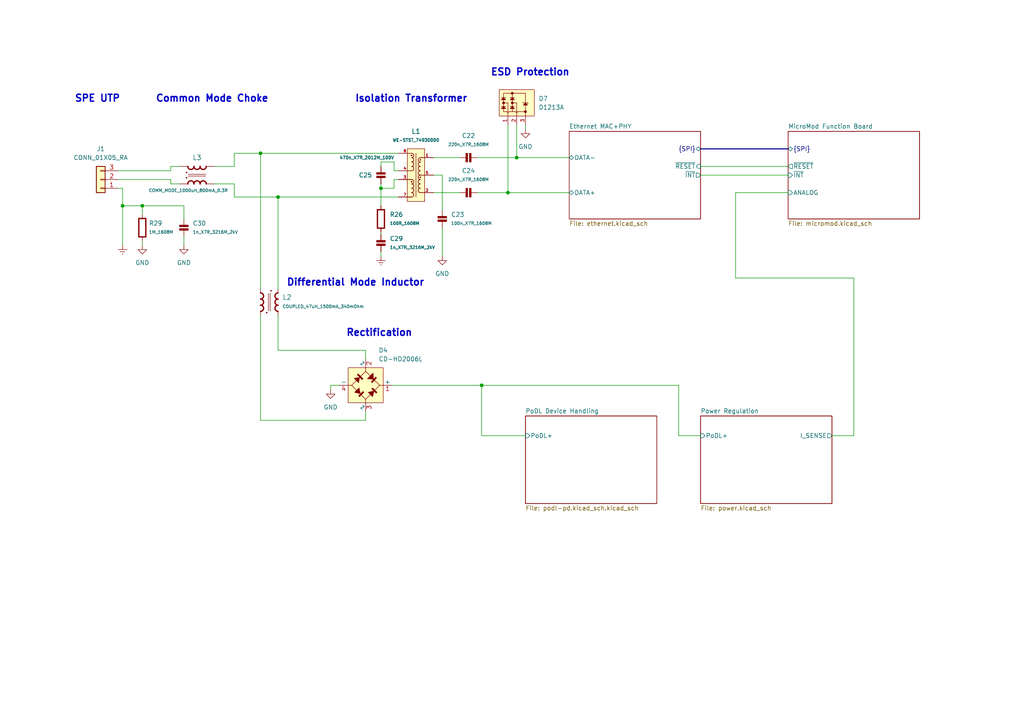
<source format=kicad_sch>
(kicad_sch (version 20230121) (generator eeschema)
  (paper "A4")
  (title_block (title "MicroMod SPE PoDL Function Board") (date "2023-08-16") (rev "V1.0") (comment 1 "Prototype Design"))
  (lib_symbols
    (symbol "appli_capacitor:100n_X7R_1608M" (pin_numbers hide) (pin_names (offset 0.254))
      (property "Reference" "C" (at -2.286 -2.54 90))
      (property "Value" "100n_X7R_1608M" (at 2.159 -2.54 90))
      (symbol "100n_X7R_1608M_0_1"
        (rectangle (start -1.27 -2.794) (end 1.27 -3.302) (fill (type outline)))
        (rectangle (start -1.27 -1.778) (end 1.27 -2.286) (fill (type outline)))
      )
      (symbol "100n_X7R_1608M_1_1"
        (pin passive line (at 0 0 270) (length 1.778) (name "~") (number "1"))
        (pin passive line (at 0 -5.08 90) (length 1.778) (name "~") (number "2"))
      )
    )
    (symbol "appli_capacitor:1n_X7R_3216M_2kV" (pin_numbers hide) (pin_names (offset 0.254))
      (property "Reference" "C" (at -2.286 -2.54 90))
      (property "Value" "1n_X7R_3216M_2kV" (at 2.159 -2.54 90))
      (symbol "1n_X7R_3216M_2kV_0_1"
        (rectangle (start -1.27 -2.794) (end 1.27 -3.302) (fill (type outline)))
        (rectangle (start -1.27 -1.778) (end 1.27 -2.286) (fill (type outline)))
      )
      (symbol "1n_X7R_3216M_2kV_1_1"
        (pin passive line (at 0 0 270) (length 1.778) (name "~") (number "1"))
        (pin passive line (at 0 -5.08 90) (length 1.778) (name "~") (number "2"))
      )
    )
    (symbol "appli_capacitor:220n_X7R_1608M" (pin_numbers hide) (pin_names (offset 0.254))
      (property "Reference" "C" (at -2.286 -2.54 90))
      (property "Value" "220n_X7R_1608M" (at 2.159 -2.54 90))
      (symbol "220n_X7R_1608M_0_1"
        (rectangle (start -1.27 -2.794) (end 1.27 -3.302) (fill (type outline)))
        (rectangle (start -1.27 -1.778) (end 1.27 -2.286) (fill (type outline)))
      )
      (symbol "220n_X7R_1608M_1_1"
        (pin passive line (at 0 0 270) (length 1.778) (name "~") (number "1"))
        (pin passive line (at 0 -5.08 90) (length 1.778) (name "~") (number "2"))
      )
    )
    (symbol "appli_capacitor:470n_X7R_2012M_100V" (pin_numbers hide) (pin_names (offset 0.254))
      (property "Reference" "C" (at -2.286 -2.54 90))
      (property "Value" "470n_X7R_2012M_100V" (at 2.159 -2.54 90))
      (symbol "470n_X7R_2012M_100V_0_1"
        (rectangle (start -1.27 -2.794) (end 1.27 -3.302) (fill (type outline)))
        (rectangle (start -1.27 -1.778) (end 1.27 -2.286) (fill (type outline)))
      )
      (symbol "470n_X7R_2012M_100V_1_1"
        (pin passive line (at 0 0 270) (length 1.778) (name "~") (number "1"))
        (pin passive line (at 0 -5.08 90) (length 1.778) (name "~") (number "2"))
      )
    )
    (symbol "appli_connector:CONN_01X03_RA" (pin_names (offset 1.016) hide)
      (property "Reference" "J" (at 0 6.35 0))
      (property "Value" "CONN_01X05_RA" (at 0 -6.35 0))
      (symbol "CONN_01X03_RA_1_1"
        (rectangle (start -1.27 -2.413) (end 0 -2.667) (stroke (width 0.1524)))
        (rectangle (start -1.27 0.127) (end 0 -0.127) (stroke (width 0.1524)))
        (rectangle (start -1.27 2.667) (end 0 2.413) (stroke (width 0.1524)))
        (rectangle (start -1.27 3.81) (end 1.27 -3.81) (stroke (width 0.254)) (fill (type background)))
        (pin passive line (at -5.08 2.54 0) (length 3.81) (name "Pin_1") (number "1"))
        (pin passive line (at -5.08 0 0) (length 3.81) (name "Pin_2") (number "2"))
        (pin passive line (at -5.08 -2.54 0) (length 3.81) (name "Pin_3") (number "3"))
      )
    )
    (symbol "appli_device:CD-HD2006L" (pin_names (offset 0))
      (property "Reference" "D" (at 3.175 3.175 0))
      (property "Value" "CD-HD2006L" (at 6.096 -4.699 0))
      (symbol "CD-HD2006L_0_1"
        (polyline (pts (xy -5.08 0) (xy -4.064 0)))
        (polyline (pts (xy -4.064 0) (xy 0 4.064)))
        (polyline (pts (xy 0 -4.064) (xy -4.064 0)))
        (polyline (pts (xy 0 -4.064) (xy 0 -5.08)))
        (polyline (pts (xy 0 4.064) (xy 0 5.08)))
        (polyline (pts (xy 0 4.064) (xy 4.064 0)))
        (polyline (pts (xy 4.064 0) (xy 0 -4.064)))
        (polyline (pts (xy 4.064 0) (xy 5.08 0)))
        (polyline (pts (xy -2.032 0.762) (xy -3.302 2.032) (xy -1.778 2.286) (xy -2.032 0.762)) (fill (type outline)))
        (polyline (pts (xy -1.905 -0.762) (xy -1.524 -2.413) (xy -3.175 -2.032) (xy -1.905 -0.762)) (fill (type outline)))
        (polyline (pts (xy 0.762 -2.032) (xy 2.032 -3.302) (xy 2.413 -1.651) (xy 0.762 -2.032)) (fill (type outline)))
        (polyline (pts (xy 2.286 1.778) (xy 2.159 3.556) (xy 0.508 1.905) (xy 2.286 1.778)) (fill (type outline)))
        (polyline (pts (xy -2.032 -3.048) (xy -0.762 -1.778) (xy -0.508 -2.032) (xy -1.778 -3.302) (xy -2.032 -3.048)) (fill (type outline)))
        (polyline (pts (xy -1.016 1.651) (xy -2.413 3.048) (xy -2.159 3.302) (xy -0.762 1.905) (xy -1.016 1.651)) (fill (type outline)))
        (polyline (pts (xy 1.778 -1.016) (xy 3.048 -2.286) (xy 3.302 -2.032) (xy 2.032 -0.762) (xy 1.778 -1.016)) (fill (type outline)))
        (polyline (pts (xy 2.921 2.413) (xy 1.651 1.016) (xy 1.905 0.762) (xy 3.175 2.159) (xy 2.921 2.413)) (fill (type outline)))
      )
      (symbol "CD-HD2006L_1_1"
        (rectangle (start -5.08 5.08) (end 5.08 -5.08) (fill (type background)))
        (pin passive line (at 7.62 0 180) (length 2.5) (name "+") (number "1"))
        (pin passive line (at 0 7.62 270) (length 2.5) (name "∿") (number "2"))
        (pin passive line (at 0 -7.62 90) (length 2.5) (name "∿") (number "3"))
        (pin passive line (at -7.62 0 0) (length 2.5) (name "-") (number "4"))
      )
    )
    (symbol "appli_device:D1213A" (pin_names (offset 0.254) hide)
      (property "Reference" "D" (at 0 7.62 0))
      (property "Value" "D1213A" (at 0 5.08 0))
      (symbol "D1213A_0_1"
        (polyline (pts (xy -3.81 -1.651) (xy -3.81 -2.54)))
        (polyline (pts (xy -3.81 -1.016) (xy -3.81 0.889)))
        (polyline (pts (xy -3.81 1.524) (xy -3.81 2.794)))
        (polyline (pts (xy -3.81 2.794) (xy 2.54 2.794)))
        (polyline (pts (xy -3.175 -1.016) (xy -4.445 -1.016)))
        (polyline (pts (xy -3.175 1.524) (xy -4.445 1.524)))
        (polyline (pts (xy -2.54 -3.81) (xy -2.54 0)))
        (polyline (pts (xy -2.54 0) (xy -3.81 0)))
        (polyline (pts (xy -1.27 -1.651) (xy -1.27 -2.54)))
        (polyline (pts (xy -1.27 -1.016) (xy -1.27 0.889)))
        (polyline (pts (xy -1.27 0) (xy 0 0)))
        (polyline (pts (xy -1.27 1.524) (xy -1.27 2.794)))
        (polyline (pts (xy -0.635 -1.016) (xy -1.905 -1.016)))
        (polyline (pts (xy -0.635 1.524) (xy -1.905 1.524)))
        (polyline (pts (xy 0 -3.81) (xy 0 0)))
        (polyline (pts (xy 1.778 0.254) (xy 1.905 0)))
        (polyline (pts (xy 2.54 -3.81) (xy 2.54 -0.635)))
        (polyline (pts (xy 2.54 0) (xy 2.54 2.794)))
        (polyline (pts (xy 3.175 0) (xy 1.905 0)))
        (polyline (pts (xy 3.175 0) (xy 3.302 -0.254)))
        (polyline (pts (xy -3.81 -1.016) (xy -4.445 -1.651) (xy -3.175 -1.651) (xy -3.81 -1.016)) (fill (type outline)))
        (polyline (pts (xy -3.81 1.524) (xy -4.445 0.889) (xy -3.175 0.889) (xy -3.81 1.524)) (fill (type outline)))
        (polyline (pts (xy -1.27 -1.016) (xy -1.905 -1.651) (xy -0.635 -1.651) (xy -1.27 -1.016)) (fill (type outline)))
        (polyline (pts (xy -1.27 1.524) (xy -1.905 0.889) (xy -0.635 0.889) (xy -1.27 1.524)) (fill (type outline)))
        (polyline (pts (xy 2.54 0) (xy 1.905 -0.635) (xy 3.175 -0.635) (xy 2.54 0)) (fill (type outline)))
      )
      (symbol "D1213A_1_1"
        (rectangle (start -5.08 3.81) (end 5.08 -3.81) (fill (type background)))
        (circle (center -3.81 0) (radius 0.0001) (stroke (width 0.4)))
        (arc (start -2.794 -2.54) (mid -2.54 -2.7801) (end -2.286 -2.54))
        (circle (center -1.27 0) (radius 0.0001) (stroke (width 0.4)))
        (circle (center -1.27 2.794) (radius 0.0001) (stroke (width 0.4)))
        (arc (start -0.254 -2.54) (mid 0 -2.787) (end 0.254 -2.54))
        (polyline (pts (xy -3.81 -2.54) (xy -2.794 -2.54)))
        (polyline (pts (xy 0.254 -2.54) (xy 2.54 -2.54)))
        (polyline (pts (xy -2.286 -2.54) (xy -1.27 -2.54) (xy -0.254 -2.54)))
        (circle (center 2.54 -2.54) (radius 0.0001) (stroke (width 0.4)))
        (pin passive line (at -2.54 -6.35 90) (length 2.4892) (name "A1") (number "1"))
        (pin passive line (at 0 -6.35 90) (length 2.4892) (name "C2") (number "2"))
        (pin passive line (at 2.54 -6.35 90) (length 2.4892) (name "~") (number "3"))
      )
    )
    (symbol "appli_inductor:COMM_MODE_1000uH_800mA_0.2R" (pin_numbers hide) (pin_names (offset 0) hide)
      (property "Reference" "L" (at 0 5.08 0))
      (property "Value" "COMM_MODE_1000uH_800mA_0.3R" (at 0 -5.08 0))
      (symbol "COMM_MODE_1000uH_800mA_0.2R_0_1"
        (circle (center -3.048 -0.762) (radius 0.127) (stroke (width 0.2032)))
        (circle (center -3.048 0.762) (radius 0.127) (stroke (width 0.2032)))
        (arc (start -2.667 2.54) (mid -1.778 1.6548) (end -0.889 2.54) (stroke (width 0.381)))
        (arc (start -0.889 -2.54) (mid -1.778 -1.655) (end -2.667 -2.54) (stroke (width 0.381)))
        (arc (start -0.889 2.54) (mid 0 1.6548) (end 0.889 2.54) (stroke (width 0.381)))
        (polyline (pts (xy 2.54 -0.254) (xy -2.54 -0.254)))
        (polyline (pts (xy 2.54 0.254) (xy -2.54 0.254)))
        (arc (start 0.889 -2.54) (mid 0 -1.655) (end -0.889 -2.54) (stroke (width 0.381)))
        (arc (start 0.889 2.54) (mid 1.778 1.6548) (end 2.667 2.54) (stroke (width 0.381)))
        (arc (start 2.667 -2.54) (mid 1.778 -1.655) (end 0.889 -2.54) (stroke (width 0.381)))
      )
      (symbol "COMM_MODE_1000uH_800mA_0.2R_1_1"
        (pin passive line (at -5.08 2.54 0) (length 2.5) (name "") (number "1"))
        (pin passive line (at -5.08 -2.54 0) (length 2.5) (name "") (number "2"))
        (pin passive line (at 5.08 -2.54 180) (length 2.5) (name "") (number "3"))
        (pin passive line (at 5.08 2.54 180) (length 2.5) (name "") (number "4"))
      )
    )
    (symbol "appli_inductor:COUPLED_47uH_1500mA_340mOhm" (pin_numbers hide) (pin_names (offset 0) hide)
      (property "Reference" "L" (at 0 5.08 0))
      (property "Value" "COUPLED_47uH_1500mA_340mOhm" (at 0 -5.08 0))
      (symbol "COUPLED_47uH_1500mA_340mOhm_0_1"
        (circle (center -3.048 0.762) (radius 0.127) (stroke (width 0.2032)))
        (arc (start -2.667 2.54) (mid -1.778 1.6548) (end -0.889 2.54) (stroke (width 0.381)))
        (arc (start -0.889 -2.54) (mid -1.778 -1.655) (end -2.667 -2.54) (stroke (width 0.381)))
        (arc (start -0.889 2.54) (mid 0 1.6548) (end 0.889 2.54) (stroke (width 0.381)))
        (polyline (pts (xy 2.54 -0.254) (xy -2.54 -0.254)))
        (polyline (pts (xy 2.54 0.254) (xy -2.54 0.254)))
        (arc (start 0.889 -2.54) (mid 0 -1.655) (end -0.889 -2.54) (stroke (width 0.381)))
        (arc (start 0.889 2.54) (mid 1.778 1.6548) (end 2.667 2.54) (stroke (width 0.381)))
        (arc (start 2.667 -2.54) (mid 1.778 -1.655) (end 0.889 -2.54) (stroke (width 0.381)))
        (circle (center 3.302 -0.508) (radius 0.127) (stroke (width 0.2032)))
      )
      (symbol "COUPLED_47uH_1500mA_340mOhm_1_1"
        (pin passive line (at -3.81 2.54 0) (length 1.143) (name "") (number "1"))
        (pin passive line (at 3.81 2.54 180) (length 1.143) (name "") (number "2"))
        (pin passive line (at 3.81 -2.54 180) (length 1.143) (name "") (number "3"))
        (pin passive line (at -3.81 -2.54 0) (length 1.143) (name "") (number "4"))
      )
    )
    (symbol "appli_inductor:WE-STST_74930000" (pin_names (offset 0) hide)
      (property "Reference" "L" (at 0 8.89 0))
      (property "Value" "WE-STST_74930000" (at 0 -9.144 0))
      (symbol "WE-STST_74930000_0_1"
        (circle (center -1.27 -0.635) (radius 0.127) (stroke (width 0.2032)))
        (circle (center -1.27 4.445) (radius 0.127) (stroke (width 0.2032)))
        (polyline (pts (xy 0 6.35) (xy 0 -6.35)))
        (circle (center 1.27 -1.905) (radius 0.127) (stroke (width 0.2032)))
        (circle (center 1.27 5.715) (radius 0.127) (stroke (width 0.2032)))
      )
      (symbol "WE-STST_74930000_1_1"
        (rectangle (start -2.54 7.62) (end 2.54 -7.62) (fill (type background)))
        (arc (start -1.27 2.54) (mid -0.6462 3.175) (end -1.27 3.81) (stroke (width 0.2)))
        (arc (start -1.27 3.81) (mid -0.6462 4.445) (end -1.27 5.08) (stroke (width 0.2)))
        (arc (start -1.2587 -2.54) (mid -0.6349 -1.905) (end -1.2587 -1.27) (stroke (width 0.2)))
        (arc (start -1.2587 -1.27) (mid -0.6349 -0.635) (end -1.2587 0) (stroke (width 0.2)))
        (arc (start -1.2587 0) (mid -0.6349 0.635) (end -1.2587 1.27) (stroke (width 0.2)))
        (arc (start -1.2587 1.27) (mid -0.6349 1.905) (end -1.2587 2.54) (stroke (width 0.2)))
        (arc (start -1.2474 -5.08) (mid -0.6236 -4.445) (end -1.2474 -3.81) (stroke (width 0.2)))
        (arc (start -1.2474 -3.81) (mid -0.6236 -3.175) (end -1.2474 -2.54) (stroke (width 0.2)))
        (arc (start 1.2474 5.08) (mid 0.6236 4.445) (end 1.2474 3.81) (stroke (width 0.2)))
        (arc (start 1.2474 6.35) (mid 0.6236 5.715) (end 1.2474 5.08) (stroke (width 0.2)))
        (arc (start 1.2587 -2.54) (mid 0.6349 -3.175) (end 1.2587 -3.81) (stroke (width 0.2)))
        (arc (start 1.2587 -1.27) (mid 0.6349 -1.905) (end 1.2587 -2.54) (stroke (width 0.2)))
        (arc (start 1.2587 2.54) (mid 0.6349 1.905) (end 1.2587 1.27) (stroke (width 0.2)))
        (arc (start 1.2587 3.81) (mid 0.6349 3.175) (end 1.2587 2.54) (stroke (width 0.2)))
        (arc (start 1.27 -5.08) (mid 0.6462 -5.715) (end 1.27 -6.35) (stroke (width 0.2)))
        (arc (start 1.27 -3.81) (mid 0.6462 -4.445) (end 1.27 -5.08) (stroke (width 0.2)))
        (pin passive line (at -5.08 5.08 0) (length 3.75) (name "") (number "1"))
        (pin passive line (at -5.08 -5.08 0) (length 3.75) (name "") (number "2"))
        (pin passive line (at 5.08 -1.27 180) (length 3.75) (name "") (number "3"))
        (pin passive line (at 5.08 1.27 180) (length 3.75) (name "") (number "4"))
        (pin passive line (at -5.08 0 0) (length 3.75) (name "") (number "5"))
        (pin passive line (at 5.08 6.35 180) (length 3.75) (name "") (number "6"))
        (pin passive line (at 5.08 -6.35 180) (length 3.75) (name "") (number "7"))
      )
    )
    (symbol "appli_power:Earth" (power) (pin_names (offset 0))
      (symbol "Earth_0_1"
        (polyline (pts (xy -0.635 -1.905) (xy 0.635 -1.905)))
        (polyline (pts (xy -0.127 -2.54) (xy 0.127 -2.54)))
        (polyline (pts (xy 0 -1.27) (xy 0 0)))
        (polyline (pts (xy 1.27 -1.27) (xy -1.27 -1.27)))
      )
      (symbol "Earth_1_1"
        (pin power_in line (at 0 0 270) (length 0) hide (name "Earth") (number "1"))
      )
    )
    (symbol "appli_power:GND" (power) (pin_names (offset 0))
      (property "Value" "GND" (at 0 -3.81 0))
      (symbol "GND_0_1"
        (polyline (pts (xy 0 0) (xy 0 -1.27) (xy 1.27 -1.27) (xy 0 -2.54) (xy -1.27 -1.27) (xy 0 -1.27)))
      )
      (symbol "GND_1_1"
        (pin power_in line (at 0 0 270) (length 0) hide (name "GND") (number "1"))
      )
    )
    (symbol "appli_resistor:100R_1608M" (pin_numbers hide) (pin_names (offset 0))
      (property "Reference" "R" (at -2.159 -3.81 90))
      (property "Value" "100R_1608M" (at 2.032 -3.81 90))
      (symbol "100R_1608M_0_1"
        (rectangle (start -1.016 -1.143) (end 1.016 -6.477) (stroke (width 0.381)))
      )
      (symbol "100R_1608M_1_1"
        (pin passive line (at 0 0 270) (length 1.143) (name "~") (number "1"))
        (pin passive line (at 0 -7.62 90) (length 1.143) (name "~") (number "2"))
      )
    )
    (symbol "appli_resistor:1M_1608M" (pin_numbers hide) (pin_names (offset 0))
      (property "Reference" "R" (at -2.159 -3.81 90))
      (property "Value" "1M_1608M" (at 2.032 -3.81 90))
      (symbol "1M_1608M_0_1"
        (rectangle (start -1.016 -1.143) (end 1.016 -6.477) (stroke (width 0.381)))
      )
      (symbol "1M_1608M_1_1"
        (pin passive line (at 0 0 270) (length 1.143) (name "~") (number "1"))
        (pin passive line (at 0 -7.62 90) (length 1.143) (name "~") (number "2"))
      )
    )
  )
  (bus_alias "I2C" (members "SDA" "SCL"))
  (bus_alias "SPI" (members "COPI" "CIPO" "CLK" "~{CS}"))
  (junction (at 110.49 54.61))
  (junction (at 35.56 59.69))
  (junction (at 149.86 45.72))
  (junction (at 75.565 44.45))
  (junction (at 80.645 57.15))
  (junction (at 139.7 111.76))
  (junction (at 41.275 59.69))
  (junction (at 147.32 55.88))
  (wire (pts (xy 196.85 126.365) (xy 203.2 126.365)))
  (wire (pts (xy 67.945 44.45) (xy 75.565 44.45)))
  (wire (pts (xy 247.65 80.645) (xy 213.36 80.645)))
  (wire (pts (xy 41.275 59.69) (xy 41.275 62.23)))
  (bus (pts (xy 203.2 43.18) (xy 228.6 43.18)))
  (wire (pts (xy 75.565 121.92) (xy 106.045 121.92)))
  (wire (pts (xy 196.85 111.76) (xy 196.85 126.365)))
  (wire (pts (xy 35.56 59.69) (xy 35.56 54.61)))
  (wire (pts (xy 114.3 52.07) (xy 114.3 54.61)))
  (wire (pts (xy 80.645 57.15) (xy 80.645 83.82)))
  (wire (pts (xy 75.565 91.44) (xy 75.565 121.92)))
  (wire (pts (xy 203.2 50.8) (xy 228.6 50.8)))
  (wire (pts (xy 114.3 46.99) (xy 110.49 46.99)))
  (wire (pts (xy 110.49 73.025) (xy 110.49 74.295)))
  (wire (pts (xy 147.32 36.195) (xy 147.32 55.88)))
  (wire (pts (xy 53.34 59.69) (xy 53.34 63.5)))
  (wire (pts (xy 152.4 126.365) (xy 139.7 126.365)))
  (wire (pts (xy 125.73 55.88) (xy 133.35 55.88)))
  (wire (pts (xy 35.56 59.69) (xy 35.56 71.12)))
  (wire (pts (xy 80.645 91.44) (xy 80.645 101.6)))
  (wire (pts (xy 49.53 48.26) (xy 49.53 49.53)))
  (wire (pts (xy 247.65 126.365) (xy 247.65 80.645)))
  (wire (pts (xy 49.53 53.34) (xy 49.53 52.07)))
  (wire (pts (xy 125.73 45.72) (xy 133.35 45.72)))
  (wire (pts (xy 241.3 126.365) (xy 247.65 126.365)))
  (wire (pts (xy 67.945 53.34) (xy 67.945 57.15)))
  (wire (pts (xy 114.3 54.61) (xy 110.49 54.61)))
  (wire (pts (xy 139.7 111.76) (xy 196.85 111.76)))
  (wire (pts (xy 67.945 57.15) (xy 80.645 57.15)))
  (wire (pts (xy 62.23 53.34) (xy 67.945 53.34)))
  (wire (pts (xy 110.49 54.61) (xy 110.49 59.69)))
  (wire (pts (xy 128.27 66.04) (xy 128.27 74.295)))
  (wire (pts (xy 110.49 67.31) (xy 110.49 67.945)))
  (wire (pts (xy 110.49 53.34) (xy 110.49 54.61)))
  (wire (pts (xy 52.07 53.34) (xy 49.53 53.34)))
  (wire (pts (xy 80.645 57.15) (xy 115.57 57.15)))
  (wire (pts (xy 114.3 49.53) (xy 114.3 46.99)))
  (wire (pts (xy 115.57 52.07) (xy 114.3 52.07)))
  (wire (pts (xy 213.36 80.645) (xy 213.36 55.88)))
  (wire (pts (xy 67.945 48.26) (xy 67.945 44.45)))
  (wire (pts (xy 203.2 48.26) (xy 228.6 48.26)))
  (wire (pts (xy 138.43 55.88) (xy 147.32 55.88)))
  (wire (pts (xy 35.56 59.69) (xy 41.275 59.69)))
  (wire (pts (xy 128.27 50.8) (xy 128.27 60.96)))
  (wire (pts (xy 110.49 46.99) (xy 110.49 48.26)))
  (wire (pts (xy 75.565 44.45) (xy 75.565 83.82)))
  (wire (pts (xy 115.57 49.53) (xy 114.3 49.53)))
  (wire (pts (xy 152.4 36.195) (xy 152.4 37.465)))
  (wire (pts (xy 213.36 55.88) (xy 228.6 55.88)))
  (wire (pts (xy 53.34 68.58) (xy 53.34 71.12)))
  (wire (pts (xy 98.425 111.76) (xy 95.885 111.76)))
  (wire (pts (xy 41.275 59.69) (xy 53.34 59.69)))
  (wire (pts (xy 106.045 119.38) (xy 106.045 121.92)))
  (wire (pts (xy 34.29 52.07) (xy 49.53 52.07)))
  (wire (pts (xy 75.565 44.45) (xy 115.57 44.45)))
  (wire (pts (xy 106.045 104.14) (xy 106.045 101.6)))
  (wire (pts (xy 113.665 111.76) (xy 139.7 111.76)))
  (wire (pts (xy 35.56 54.61) (xy 34.29 54.61)))
  (wire (pts (xy 139.7 126.365) (xy 139.7 111.76)))
  (wire (pts (xy 149.86 45.72) (xy 165.1 45.72)))
  (wire (pts (xy 149.86 36.195) (xy 149.86 45.72)))
  (wire (pts (xy 80.645 101.6) (xy 106.045 101.6)))
  (wire (pts (xy 138.43 45.72) (xy 149.86 45.72)))
  (wire (pts (xy 147.32 55.88) (xy 165.1 55.88)))
  (wire (pts (xy 62.23 48.26) (xy 67.945 48.26)))
  (wire (pts (xy 41.275 69.85) (xy 41.275 71.12)))
  (wire (pts (xy 95.885 111.76) (xy 95.885 113.03)))
  (wire (pts (xy 52.07 48.26) (xy 49.53 48.26)))
  (wire (pts (xy 125.73 50.8) (xy 128.27 50.8)))
  (wire (pts (xy 34.29 49.53) (xy 49.53 49.53)))
  (text "Common Mode Choke" (at 45.085 29.845 0) (effects (font (size 2 2) (thickness 0.4) bold) (justify left bottom)))
  (text "Differential Mode Inductor" (at 123.19 83.185 0) (effects (font (size 2 2) (thickness 0.4) bold) (justify right bottom)))
  (text "ESD Protection" (at 142.24 22.225 0) (effects (font (size 2 2) (thickness 0.4) bold) (justify left bottom)))
  (text "Isolation Transformer" (at 102.87 29.845 0) (effects (font (size 2 2) (thickness 0.4) bold) (justify left bottom)))
  (text "SPE UTP" (at 21.59 29.845 0) (effects (font (size 2 2) (thickness 0.4) bold) (justify left bottom)))
  (text "Rectification" (at 100.33 97.79 0) (effects (font (size 2 2) (thickness 0.4) bold) (justify left bottom)))
  (symbol (lib_id "appli_resistor:1M_1608M") (at 41.275 62.23 0) (unit 1)
    (property "Reference" "R29" (at 43.18 64.77 0) (effects (justify left)))
    (property "Value" "1M_1608M" (at 43.18 67.31 0) (effects (font (size 0.889 0.889)) (justify left)))
    (property "Footprint" "Applidyne_Resistor:RESC1608X50N" (effects hide))
    (property "Datasheet" "http://www.farnell.com/datasheets/1720486.pdf" (effects hide))
    (property "manf" "VISHAY DRALORIC" (effects hide))
    (property "manf#" "CRCW06031M00FKEA" (effects hide))
    (property "Supplier" "Element14" (effects hide))
    (property "Supplier Part No" "1469746" (effects hide))
    (property "Supplier URL" "http://au.element14.com/vishay-draloric/crcw06031m00fkea/product-range-aec-q200-crcw-series/dp/1469746" (effects hide))
    (property "Supplier Price" "0.02" (effects hide))
    (property "Supplier Price Break" "100" (effects hide))
  )
  (symbol (lib_id "appli_capacitor:220n_X7R_1608M") (at 133.35 45.72 90) (unit 1)
    (property "Reference" "C22" (at 135.89 39.37 90))
    (property "Value" "220n_X7R_1608M" (at 135.89 41.91 90) (effects (font (size 0.889 0.889))))
    (property "Footprint" "Applidyne_Capacitor:CAPC1608X90N" (effects hide))
    (property "Datasheet" "http://www.farnell.com/datasheets/1796654.pdf" (effects hide))
    (property "manf" "TDK" (effects hide))
    (property "manf#" "C1608X7R1C224K080AC" (effects hide))
    (property "Supplier" "Element14" (effects hide))
    (property "Supplier Part No" "2346897" (effects hide))
    (property "Supplier URL" "http://au.element14.com/tdk/c1608x7r1c224k080ac/cap-mlcc-x7r-220nf-16v-0603/dp/2346897" (effects hide))
    (property "Supplier Price" "0.054" (effects hide))
    (property "Supplier Price Break" "1" (effects hide))
  )
  (symbol (lib_id "appli_inductor:COMM_MODE_1000uH_800mA_0.2R") (at 57.15 50.8 0) (unit 1)
    (property "Reference" "L3" (at 57.15 45.72 0) (effects (font (size 1.397 1.397))))
    (property "Value" "COMM_MODE_1000uH_800mA_0.3R" (at 54.61 55.245 0) (effects (font (size 0.889 0.889))))
    (property "Footprint" "Applidyne_Inductor:WE-SL2" (effects hide))
    (property "Datasheet" "https://www.we-online.com/katalog/datasheet/744222.pdf" (effects hide))
    (property "manf" "Wurth Elektronik" (effects hide))
    (property "manf#" "744222" (effects hide))
    (property "Supplier" "Digikey" (effects hide))
    (property "Supplier Part No" "732-1485-1-ND" (effects hide))
    (property "Supplier URL" "https://www.digikey.com.au/en/products/detail/w%C3%BCrth-elektronik/744222/1638889" (effects hide))
    (property "Supplier Price" "4.02" (effects hide))
    (property "Supplier Price Break" "1" (effects hide))
  )
  (symbol (lib_id "appli_power:Earth") (at 35.56 71.12 0) (unit 1)
    (property "Reference" "#PWR08" (effects hide))
    (property "Value" "Earth" (effects hide))
  )
  (symbol (lib_id "appli_connector:CONN_01X03_RA") (at 29.21 52.07 180) (unit 1)
    (property "Reference" "J1" (at 29.21 43.18 0))
    (property "Value" "CONN_01X05_RA" (at 29.21 45.72 0))
    (property "Footprint" "Applidyne_Connector:CUI_TBL009-254-03" (effects hide))
    (property "Datasheet" "https://au.mouser.com/datasheet/2/418/NG_CD_103634_V-1229866.pdf" (effects hide))
    (property "manf" "CUI Devices" (effects hide))
    (property "manf#" "TBL009-254-03GY-2GY" (effects hide))
    (property "Supplier" "Digikey" (effects hide))
    (property "Supplier Part No" "102-TBL009-254-03GY-2GY-ND" (effects hide))
    (property "Supplier URL" "https://www.digikey.com.au/en/products/detail/cui-devices/TBL009-254-03GY-2GY/10441918" (effects hide))
    (property "Supplier Price" "1.07" (effects hide))
    (property "Supplier Price Break " "10" (effects hide))
  )
  (symbol (lib_id "appli_inductor:WE-STST_74930000") (at 120.65 50.8 0) (mirror y) (unit 1)
    (property "Reference" "L1" (at 120.65 38.1 0) (effects (font (size 1.397 1.397))))
    (property "Value" "WE-STST_74930000" (at 120.65 40.64 0) (effects (font (size 0.889 0.889))))
    (property "Footprint" "Applidyne_Inductor:WE-STST" (effects hide))
    (property "Datasheet" "https://www.we-online.com/components/products/datasheet/74930000.pdf" (effects hide))
    (property "manf" "Wurth Elektronik" (effects hide))
    (property "manf#" "74930000" (effects hide))
    (property "Supplier" "Digikey" (effects hide))
    (property "Supplier Part No" "732-74930000CT-ND" (effects hide))
    (property "Supplier URL" "https://www.digikey.com.au/en/products/detail/w%C3%BCrth-elektronik/74930000/11503727" (effects hide))
    (property "Supplier Price" "1.96" (effects hide))
    (property "Supplier Price Break" "1" (effects hide))
  )
  (symbol (lib_id "appli_power:GND") (at 152.4 37.465 0) (unit 1)
    (property "Reference" "#PWR06" (effects hide))
    (property "Value" "GND" (at 152.4 42.545 0))
  )
  (symbol (lib_id "appli_device:D1213A") (at 149.86 29.845 0) (unit 1)
    (property "Reference" "D7" (at 156.21 28.6004 0) (effects (justify left)))
    (property "Value" "D1213A" (at 156.21 31.1404 0) (effects (justify left)))
    (property "Footprint" "Applidyne_SOT:SOT95P240X110-3L16N" (effects hide))
    (property "Datasheet" "https://www.diodes.com/assets/Datasheets/D1213A_02SOL.pdf" (effects hide))
    (property "manf" "Diodes Incorporated" (effects hide))
    (property "manf#" "D1213A-02SOL-7" (effects hide))
    (property "Supplier" "Digikey" (effects hide))
    (property "Supplier Part No" "D1213A-02SOL-7DICT-ND" (effects hide))
    (property "Supplier URL" "https://www.digikey.com.au/en/products/detail/diodes-incorporated/D1213A-02SOL-7/3340397" (effects hide))
    (property "Supplier Price" "0.42" (effects hide))
    (property "Supplier Price Break" "10" (effects hide))
  )
  (symbol (lib_id "appli_resistor:100R_1608M") (at 110.49 59.69 0) (unit 1)
    (property "Reference" "R26" (at 113.03 62.23 0) (effects (justify left)))
    (property "Value" "100R_1608M" (at 113.03 64.77 0) (effects (font (size 0.889 0.889)) (justify left)))
    (property "Footprint" "Applidyne_Resistor:RESC1608X50N" (effects hide))
    (property "Datasheet" "http://www.farnell.com/datasheets/1788326.pdf" (effects hide))
    (property "manf" "MULTICOMP" (effects hide))
    (property "manf#" "MC0063W06035100R" (effects hide))
    (property "Supplier" "Element14" (effects hide))
    (property "Supplier Part No" "9331689" (effects hide))
    (property "Supplier URL" "http://au.element14.com/multicomp/mc0063w06035100r/product-range-mc-series/dp/9331689" (effects hide))
    (property "Supplier Price" "0.022" (effects hide))
    (property "Supplier Price Break" "50" (effects hide))
  )
  (symbol (lib_id "appli_capacitor:220n_X7R_1608M") (at 133.35 55.88 90) (unit 1)
    (property "Reference" "C24" (at 135.89 49.53 90))
    (property "Value" "220n_X7R_1608M" (at 135.89 52.07 90) (effects (font (size 0.889 0.889))))
    (property "Footprint" "Applidyne_Capacitor:CAPC1608X90N" (effects hide))
    (property "Datasheet" "http://www.farnell.com/datasheets/1796654.pdf" (effects hide))
    (property "manf" "TDK" (effects hide))
    (property "manf#" "C1608X7R1C224K080AC" (effects hide))
    (property "Supplier" "Element14" (effects hide))
    (property "Supplier Part No" "2346897" (effects hide))
    (property "Supplier URL" "http://au.element14.com/tdk/c1608x7r1c224k080ac/cap-mlcc-x7r-220nf-16v-0603/dp/2346897" (effects hide))
    (property "Supplier Price" "0.054" (effects hide))
    (property "Supplier Price Break" "1" (effects hide))
  )
  (symbol (lib_id "appli_power:GND") (at 53.34 71.12 0) (unit 1)
    (property "Reference" "#PWR053" (effects hide))
    (property "Value" "GND" (at 53.34 76.2 0))
  )
  (symbol (lib_id "appli_device:CD-HD2006L") (at 106.045 111.76 0) (unit 1)
    (property "Reference" "D4" (at 111.125 101.6 0))
    (property "Value" "CD-HD2006L" (at 116.205 104.14 0))
    (property "Footprint" "Applidyne_Device:CD-HD2x(L)" (effects hide))
    (property "Datasheet" "https://www.bourns.com/docs/Product-Datasheets/cd-hd2xl.pdf" (effects hide))
    (property "manf" "Bourns Inc" (effects hide))
    (property "manf#" "CD-HD2006L" (effects hide))
    (property "Supplier" "Digikey" (effects hide))
    (property "Supplier Part No" "118-CD-HD2006LCT-ND" (effects hide))
    (property "Supplier URL" "https://www.digikey.com.au/en/products/detail/bourns-inc/CD-HD2006L/6571504" (effects hide))
    (property "Supplier Price" "1.10" (effects hide))
    (property "Supplier Price Break" "10" (effects hide))
  )
  (symbol (lib_id "appli_power:GND") (at 128.27 74.295 0) (unit 1)
    (property "Reference" "#PWR050" (effects hide))
    (property "Value" "GND" (at 128.27 79.375 0))
  )
  (symbol (lib_id "appli_capacitor:100n_X7R_1608M") (at 128.27 60.96 0) (unit 1)
    (property "Reference" "C23" (at 130.81 62.23 0) (effects (justify left)))
    (property "Value" "100n_X7R_1608M" (at 130.81 64.77 0) (effects (font (size 0.889 0.889)) (justify left)))
    (property "Footprint" "Applidyne_Capacitor:CAPC1608X90N" (effects hide))
    (property "Datasheet" "http://www.farnell.com/datasheets/1732728.pdf" (effects hide))
    (property "manf" "KEMET" (effects hide))
    (property "manf#" "C0603C104K5RACAUTO" (effects hide))
    (property "Supplier" "Element14" (effects hide))
    (property "Supplier Part No" "2070398" (effects hide))
    (property "Supplier URL" "http://au.element14.com/kemet/c0603c104k5racauto/cap-mlcc-x7r-100nf-50v-0603/dp/2070398" (effects hide))
    (property "Supplier Price" "0.011" (effects hide))
    (property "Supplier Price Break" "1" (effects hide))
  )
  (symbol (lib_id "appli_capacitor:470n_X7R_2012M_100V") (at 110.49 48.26 0) (unit 1)
    (property "Reference" "C25" (at 107.95 50.8 0) (effects (justify right)))
    (property "Value" "470n_X7R_2012M_100V" (at 114.3 45.72 0) (effects (font (size 0.889 0.889)) (justify right)))
    (property "Footprint" "Applidyne_Capacitor:CAPC2012X110N" (effects hide))
    (property "Datasheet" "https://au.mouser.com/datasheet/2/40/AutoMLCC-777028.pdf" (effects hide))
    (property "manf" "AVX" (effects hide))
    (property "manf#" "08051C474K4T4A" (effects hide))
    (property "Supplier" "Mouser" (effects hide))
    (property "Supplier Part No" "581-08051C474K4T4A" (effects hide))
    (property "Supplier URL" "https://au.mouser.com/ProductDetail/AVX/08051C474K4T4A?qs=sGAEpiMZZMs0AnBnWHyRQAwkDkDzLNakuHWMzgx5w30%3D" (effects hide))
    (property "Supplier Price" "0.365" (effects hide))
    (property "Supplier Price Break" "10" (effects hide))
  )
  (symbol (lib_id "appli_inductor:COUPLED_47uH_1500mA_340mOhm") (at 78.105 87.63 90) (unit 1)
    (property "Reference" "L2" (at 81.915 86.2329 90) (effects (font (size 1.397 1.397)) (justify right)))
    (property "Value" "COUPLED_47uH_1500mA_340mOhm" (at 81.915 88.9 90) (effects (font (size 0.889 0.889)) (justify right)))
    (property "Footprint" "Applidyne_Inductor:WE-MCRI-1040" (effects hide))
    (property "Datasheet" "https://www.we-online.com/components/products/datasheet/7448991470.pdf" (effects hide))
    (property "manf" "Würth Elektronik" (effects hide))
    (property "manf#" "7448991470" (effects hide))
    (property "Supplier" "Digikey" (effects hide))
    (property "Supplier Part No" "732-13378-1-ND" (effects hide))
    (property "Supplier URL" "https://www.digikey.com.au/en/products/detail/w%C3%BCrth-elektronik/7448991470/9857425" (effects hide))
    (property "Supplier Price" "5.60" (effects hide))
    (property "Supplier Price Break" "1" (effects hide))
  )
  (symbol (lib_id "appli_capacitor:1n_X7R_3216M_2kV") (at 110.49 67.945 0) (unit 1)
    (property "Reference" "C29" (at 113.03 69.215 0) (effects (justify left)))
    (property "Value" "1n_X7R_3216M_2kV" (at 113.03 71.755 0) (effects (font (size 0.889 0.889)) (justify left)))
    (property "Footprint" "Applidyne_Capacitor:CAPC3216X135N" (effects hide))
    (property "Datasheet" "https://datasheets.kyocera-avx.com/HVKGM.pdf" (effects hide))
    (property "manf" "KYOCERA AVX" (effects hide))
    (property "manf#" "KGM31AR73D102KU" (effects hide))
    (property "Supplier" "Digikey" (effects hide))
    (property "Supplier Part No" "478-KGM31AR73D102KUCT-ND" (effects hide))
    (property "Supplier URL" "https://www.digikey.com.au/en/products/detail/kyocera-avx/KGM31AR73D102KU/3247523" (effects hide))
    (property "Supplier Price" "0.24" (effects hide))
    (property "Supplier Price Break" "10" (effects hide))
  )
  (symbol (lib_id "appli_capacitor:1n_X7R_3216M_2kV") (at 53.34 63.5 0) (unit 1)
    (property "Reference" "C30" (at 55.88 64.77 0) (effects (justify left)))
    (property "Value" "1n_X7R_3216M_2kV" (at 55.88 67.31 0) (effects (font (size 0.889 0.889)) (justify left)))
    (property "Footprint" "Applidyne_Capacitor:CAPC3216X135N" (effects hide))
    (property "Datasheet" "https://datasheets.kyocera-avx.com/HVKGM.pdf" (effects hide))
    (property "manf" "KYOCERA AVX" (effects hide))
    (property "manf#" "KGM31AR73D102KU" (effects hide))
    (property "Supplier" "Digikey" (effects hide))
    (property "Supplier Part No" "478-KGM31AR73D102KUCT-ND" (effects hide))
    (property "Supplier URL" "https://www.digikey.com.au/en/products/detail/kyocera-avx/KGM31AR73D102KU/3247523" (effects hide))
    (property "Supplier Price" "0.24" (effects hide))
    (property "Supplier Price Break" "10" (effects hide))
  )
  (symbol (lib_id "appli_power:GND") (at 41.275 71.12 0) (unit 1)
    (property "Reference" "#PWR09" (effects hide))
    (property "Value" "GND" (at 41.275 76.2 0))
  )
  (symbol (lib_id "appli_power:Earth") (at 110.49 74.295 0) (unit 1)
    (property "Reference" "#PWR059" (effects hide))
    (property "Value" "Earth" (effects hide))
  )
  (symbol (lib_id "appli_power:GND") (at 95.885 113.03 0) (unit 1)
    (property "Reference" "#PWR049" (effects hide))
    (property "Value" "GND" (at 95.885 118.11 0))
  )
  (sheet (at 228.6 38.1) (size 38.1 25.4) (stroke (width 0.1524))
    (property "Sheetname" "MicroMod Function Board" (at 228.6 37.3884 0) (effects (justify left bottom)))
    (property "Sheetfile" "micromod.kicad_sch" (at 228.6 64.0846 0) (effects (justify left top)))
    (pin "{SPI}" bidirectional (at 228.6 43.18 180))
    (pin "~{RESET}" output (at 228.6 48.26 180))
    (pin "~{INT}" input (at 228.6 50.8 180))
    (pin "ANALOG" input (at 228.6 55.88 180))
  )
  (sheet (at 165.1 38.1) (size 38.1 25.4) (stroke (width 0.1524))
    (property "Sheetname" "Ethernet MAC+PHY" (at 165.1 37.3884 0) (effects (justify left bottom)))
    (property "Sheetfile" "ethernet.kicad_sch" (at 165.1 64.0846 0) (effects (justify left top)))
    (pin "{SPI}" bidirectional (at 203.2 43.18 0))
    (pin "~{RESET}" input (at 203.2 48.26 0))
    (pin "~{INT}" output (at 203.2 50.8 0))
    (pin "DATA+" bidirectional (at 165.1 55.88 180))
    (pin "DATA-" bidirectional (at 165.1 45.72 180))
  )
  (sheet (at 203.2 120.65) (size 38.1 25.4) (stroke (width 0.1524))
    (property "Sheetname" "Power Regulation" (at 203.2 119.9384 0) (effects (justify left bottom)))
    (property "Sheetfile" "power.kicad_sch" (at 203.2 146.6346 0) (effects (justify left top)))
    (pin "I_SENSE" output (at 241.3 126.365 0))
    (pin "PoDL+" input (at 203.2 126.365 180))
  )
  (sheet (at 152.4 120.65) (size 38.1 25.4) (stroke (width 0.1524))
    (property "Sheetname" "PoDL Device Handling" (at 152.4 119.9384 0) (effects (justify left bottom)))
    (property "Sheetfile" "podl-pd.kicad_sch.kicad_sch" (at 152.4 146.6346 0) (effects (justify left top)))
    (pin "PoDL+" input (at 152.4 126.365 180))
  )
)
</source>
